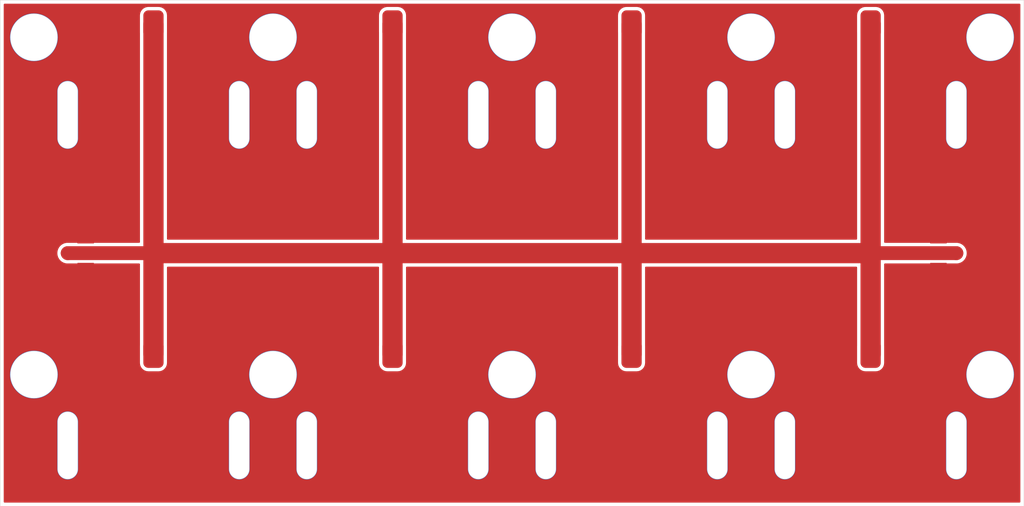
<source format=kicad_pcb>
(kicad_pcb (version 20171130) (host pcbnew "(5.1.6)-1")

  (general
    (thickness 1.6)
    (drawings 4)
    (tracks 23)
    (zones 0)
    (modules 10)
    (nets 3)
  )

  (page A4)
  (layers
    (0 F.Cu signal)
    (31 B.Cu signal)
    (32 B.Adhes user)
    (33 F.Adhes user)
    (34 B.Paste user)
    (35 F.Paste user)
    (36 B.SilkS user)
    (37 F.SilkS user)
    (38 B.Mask user)
    (39 F.Mask user)
    (40 Dwgs.User user)
    (41 Cmts.User user)
    (42 Eco1.User user)
    (43 Eco2.User user)
    (44 Edge.Cuts user)
    (45 Margin user)
    (46 B.CrtYd user)
    (47 F.CrtYd user)
    (48 B.Fab user)
    (49 F.Fab user)
  )

  (setup
    (last_trace_width 0.25)
    (user_trace_width 3)
    (trace_clearance 0.2)
    (zone_clearance 0.5)
    (zone_45_only no)
    (trace_min 0.2)
    (via_size 0.8)
    (via_drill 0.4)
    (via_min_size 0.4)
    (via_min_drill 0.3)
    (uvia_size 0.3)
    (uvia_drill 0.1)
    (uvias_allowed no)
    (uvia_min_size 0.2)
    (uvia_min_drill 0.1)
    (edge_width 0.05)
    (segment_width 0.2)
    (pcb_text_width 0.3)
    (pcb_text_size 1.5 1.5)
    (mod_edge_width 0.12)
    (mod_text_size 1 1)
    (mod_text_width 0.15)
    (pad_size 4.1 11.1)
    (pad_drill 2.999999)
    (pad_to_mask_clearance 0.05)
    (aux_axis_origin 0 0)
    (visible_elements 7FFFFFFF)
    (pcbplotparams
      (layerselection 0x010fc_ffffffff)
      (usegerberextensions false)
      (usegerberattributes true)
      (usegerberadvancedattributes true)
      (creategerberjobfile true)
      (excludeedgelayer true)
      (linewidth 0.100000)
      (plotframeref false)
      (viasonmask false)
      (mode 1)
      (useauxorigin false)
      (hpglpennumber 1)
      (hpglpenspeed 20)
      (hpglpendiameter 15.000000)
      (psnegative false)
      (psa4output false)
      (plotreference true)
      (plotvalue true)
      (plotinvisibletext false)
      (padsonsilk false)
      (subtractmaskfromsilk false)
      (outputformat 1)
      (mirror false)
      (drillshape 1)
      (scaleselection 1)
      (outputdirectory ""))
  )

  (net 0 "")
  (net 1 GND)
  (net 2 +5V)

  (net_class Default "This is the default net class."
    (clearance 0.2)
    (trace_width 0.25)
    (via_dia 0.8)
    (via_drill 0.4)
    (uvia_dia 0.3)
    (uvia_drill 0.1)
    (add_net +5V)
    (add_net GND)
  )

  (module Bullhorn01:ZX60-P103LN+ (layer F.Cu) (tedit 5F863DCA) (tstamp 5F861B70)
    (at 112.7 94.5)
    (path /5F863FD8)
    (fp_text reference H1 (at 0 -21.2725) (layer F.SilkS) hide
      (effects (font (size 1 1) (thickness 0.15)))
    )
    (fp_text value ZX60-P103LN+ (at 0 -21.2725) (layer F.Fab) hide
      (effects (font (size 1 1) (thickness 0.15)))
    )
    (fp_poly (pts (xy 15.25 2.5) (xy 9.55 2.5) (xy 9.55 -2.5) (xy 15.25 -2.5)) (layer F.Mask) (width 0.1))
    (fp_poly (pts (xy -15.25 -2.5) (xy -9.55 -2.5) (xy -9.55 2.5) (xy -15.25 2.5)) (layer F.Mask) (width 0.1))
    (pad 2 smd roundrect (at 0 -13.49) (size 2.999999 4.000002) (layers F.Cu F.Paste F.Mask) (roundrect_rratio 0.25)
      (net 2 +5V))
    (pad 1 thru_hole oval (at 12.7 0) (size 3.099999 10.1) (drill oval 2.999999 10) (layers *.Cu *.Mask)
      (net 1 GND))
    (pad 1 thru_hole oval (at -12.7 0) (size 3.099999 10.1) (drill oval 2.999999 10) (layers *.Cu *.Mask)
      (net 1 GND))
  )

  (module Bullhorn01:ZX60-P103LN+ (layer F.Cu) (tedit 5F863DCA) (tstamp 5F861B77)
    (at 112.7 143.5)
    (path /5F865430)
    (fp_text reference H2 (at 0 -21.2725) (layer F.SilkS) hide
      (effects (font (size 1 1) (thickness 0.15)))
    )
    (fp_text value ZX60-P103LN+ (at 0 -21.2725) (layer F.Fab) hide
      (effects (font (size 1 1) (thickness 0.15)))
    )
    (fp_poly (pts (xy 15.25 2.5) (xy 9.55 2.5) (xy 9.55 -2.5) (xy 15.25 -2.5)) (layer F.Mask) (width 0.1))
    (fp_poly (pts (xy -15.25 -2.5) (xy -9.55 -2.5) (xy -9.55 2.5) (xy -15.25 2.5)) (layer F.Mask) (width 0.1))
    (pad 2 smd roundrect (at 0 -13.49) (size 2.999999 4.000002) (layers F.Cu F.Paste F.Mask) (roundrect_rratio 0.25)
      (net 2 +5V))
    (pad 1 thru_hole oval (at 12.7 0) (size 3.099999 10.1) (drill oval 2.999999 10) (layers *.Cu *.Mask)
      (net 1 GND))
    (pad 1 thru_hole oval (at -12.7 0) (size 3.099999 10.1) (drill oval 2.999999 10) (layers *.Cu *.Mask)
      (net 1 GND))
  )

  (module Bullhorn01:ZX60-P103LN+ (layer F.Cu) (tedit 5F863DCA) (tstamp 5F861B7E)
    (at 148.1 94.5)
    (path /5F865902)
    (fp_text reference H3 (at 0 -21.2725) (layer F.SilkS) hide
      (effects (font (size 1 1) (thickness 0.15)))
    )
    (fp_text value ZX60-P103LN+ (at 0 -21.2725) (layer F.Fab) hide
      (effects (font (size 1 1) (thickness 0.15)))
    )
    (fp_poly (pts (xy 15.25 2.5) (xy 9.55 2.5) (xy 9.55 -2.5) (xy 15.25 -2.5)) (layer F.Mask) (width 0.1))
    (fp_poly (pts (xy -15.25 -2.5) (xy -9.55 -2.5) (xy -9.55 2.5) (xy -15.25 2.5)) (layer F.Mask) (width 0.1))
    (pad 2 smd roundrect (at 0 -13.49) (size 2.999999 4.000002) (layers F.Cu F.Paste F.Mask) (roundrect_rratio 0.25)
      (net 2 +5V))
    (pad 1 thru_hole oval (at 12.7 0) (size 3.099999 10.1) (drill oval 2.999999 10) (layers *.Cu *.Mask)
      (net 1 GND))
    (pad 1 thru_hole oval (at -12.7 0) (size 3.099999 10.1) (drill oval 2.999999 10) (layers *.Cu *.Mask)
      (net 1 GND))
  )

  (module Bullhorn01:ZX60-P103LN+ (layer F.Cu) (tedit 5F863DCA) (tstamp 5F861B85)
    (at 148.1 143.5)
    (path /5F865C59)
    (fp_text reference H4 (at 0 -21.2725) (layer F.SilkS) hide
      (effects (font (size 1 1) (thickness 0.15)))
    )
    (fp_text value ZX60-P103LN+ (at 0 -21.2725) (layer F.Fab) hide
      (effects (font (size 1 1) (thickness 0.15)))
    )
    (fp_poly (pts (xy 15.25 2.5) (xy 9.55 2.5) (xy 9.55 -2.5) (xy 15.25 -2.5)) (layer F.Mask) (width 0.1))
    (fp_poly (pts (xy -15.25 -2.5) (xy -9.55 -2.5) (xy -9.55 2.5) (xy -15.25 2.5)) (layer F.Mask) (width 0.1))
    (pad 2 smd roundrect (at 0 -13.49) (size 2.999999 4.000002) (layers F.Cu F.Paste F.Mask) (roundrect_rratio 0.25)
      (net 2 +5V))
    (pad 1 thru_hole oval (at 12.7 0) (size 3.099999 10.1) (drill oval 2.999999 10) (layers *.Cu *.Mask)
      (net 1 GND))
    (pad 1 thru_hole oval (at -12.7 0) (size 3.099999 10.1) (drill oval 2.999999 10) (layers *.Cu *.Mask)
      (net 1 GND))
  )

  (module Bullhorn01:ZX60-P103LN+ (layer F.Cu) (tedit 5F863DCA) (tstamp 5F861B8C)
    (at 183.5 94.5)
    (path /5F86603E)
    (fp_text reference H5 (at 0 -21.2725) (layer F.SilkS) hide
      (effects (font (size 1 1) (thickness 0.15)))
    )
    (fp_text value ZX60-P103LN+ (at 0 -21.2725) (layer F.Fab) hide
      (effects (font (size 1 1) (thickness 0.15)))
    )
    (fp_poly (pts (xy 15.25 2.5) (xy 9.55 2.5) (xy 9.55 -2.5) (xy 15.25 -2.5)) (layer F.Mask) (width 0.1))
    (fp_poly (pts (xy -15.25 -2.5) (xy -9.55 -2.5) (xy -9.55 2.5) (xy -15.25 2.5)) (layer F.Mask) (width 0.1))
    (pad 2 smd roundrect (at 0 -13.49) (size 2.999999 4.000002) (layers F.Cu F.Paste F.Mask) (roundrect_rratio 0.25)
      (net 2 +5V))
    (pad 1 thru_hole oval (at 12.7 0) (size 3.099999 10.1) (drill oval 2.999999 10) (layers *.Cu *.Mask)
      (net 1 GND))
    (pad 1 thru_hole oval (at -12.7 0) (size 3.099999 10.1) (drill oval 2.999999 10) (layers *.Cu *.Mask)
      (net 1 GND))
  )

  (module Bullhorn01:ZX60-P103LN+ (layer F.Cu) (tedit 5F863DCA) (tstamp 5F861B93)
    (at 183.5 143.5)
    (path /5F866D55)
    (fp_text reference H6 (at 0 -21.2725) (layer F.SilkS) hide
      (effects (font (size 1 1) (thickness 0.15)))
    )
    (fp_text value ZX60-P103LN+ (at 0 -21.2725) (layer F.Fab) hide
      (effects (font (size 1 1) (thickness 0.15)))
    )
    (fp_poly (pts (xy 15.25 2.5) (xy 9.55 2.5) (xy 9.55 -2.5) (xy 15.25 -2.5)) (layer F.Mask) (width 0.1))
    (fp_poly (pts (xy -15.25 -2.5) (xy -9.55 -2.5) (xy -9.55 2.5) (xy -15.25 2.5)) (layer F.Mask) (width 0.1))
    (pad 2 smd roundrect (at 0 -13.49) (size 2.999999 4.000002) (layers F.Cu F.Paste F.Mask) (roundrect_rratio 0.25)
      (net 2 +5V))
    (pad 1 thru_hole oval (at 12.7 0) (size 3.099999 10.1) (drill oval 2.999999 10) (layers *.Cu *.Mask)
      (net 1 GND))
    (pad 1 thru_hole oval (at -12.7 0) (size 3.099999 10.1) (drill oval 2.999999 10) (layers *.Cu *.Mask)
      (net 1 GND))
  )

  (module Bullhorn01:ZX60-P103LN+ (layer F.Cu) (tedit 5F863DCA) (tstamp 5F861B9A)
    (at 218.9 94.5)
    (path /5F8671F1)
    (fp_text reference H7 (at 0 -21.2725) (layer F.SilkS) hide
      (effects (font (size 1 1) (thickness 0.15)))
    )
    (fp_text value ZX60-P103LN+ (at 0 -21.2725) (layer F.Fab) hide
      (effects (font (size 1 1) (thickness 0.15)))
    )
    (fp_poly (pts (xy 15.25 2.5) (xy 9.55 2.5) (xy 9.55 -2.5) (xy 15.25 -2.5)) (layer F.Mask) (width 0.1))
    (fp_poly (pts (xy -15.25 -2.5) (xy -9.55 -2.5) (xy -9.55 2.5) (xy -15.25 2.5)) (layer F.Mask) (width 0.1))
    (pad 2 smd roundrect (at 0 -13.49) (size 2.999999 4.000002) (layers F.Cu F.Paste F.Mask) (roundrect_rratio 0.25)
      (net 2 +5V))
    (pad 1 thru_hole oval (at 12.7 0) (size 3.099999 10.1) (drill oval 2.999999 10) (layers *.Cu *.Mask)
      (net 1 GND))
    (pad 1 thru_hole oval (at -12.7 0) (size 3.099999 10.1) (drill oval 2.999999 10) (layers *.Cu *.Mask)
      (net 1 GND))
  )

  (module Bullhorn01:ZX60-P103LN+ (layer F.Cu) (tedit 5F863DCA) (tstamp 5F861BA1)
    (at 218.9 143.5)
    (path /5F8675EE)
    (fp_text reference H8 (at 0 -21.2725) (layer F.SilkS) hide
      (effects (font (size 1 1) (thickness 0.15)))
    )
    (fp_text value ZX60-P103LN+ (at 0 -21.2725) (layer F.Fab) hide
      (effects (font (size 1 1) (thickness 0.15)))
    )
    (fp_poly (pts (xy 15.25 2.5) (xy 9.55 2.5) (xy 9.55 -2.5) (xy 15.25 -2.5)) (layer F.Mask) (width 0.1))
    (fp_poly (pts (xy -15.25 -2.5) (xy -9.55 -2.5) (xy -9.55 2.5) (xy -15.25 2.5)) (layer F.Mask) (width 0.1))
    (pad 2 smd roundrect (at 0 -13.49) (size 2.999999 4.000002) (layers F.Cu F.Paste F.Mask) (roundrect_rratio 0.25)
      (net 2 +5V))
    (pad 1 thru_hole oval (at 12.7 0) (size 3.099999 10.1) (drill oval 2.999999 10) (layers *.Cu *.Mask)
      (net 1 GND))
    (pad 1 thru_hole oval (at -12.7 0) (size 3.099999 10.1) (drill oval 2.999999 10) (layers *.Cu *.Mask)
      (net 1 GND))
  )

  (module Bullhorn01:CONSMA001-SMD-G (layer F.Cu) (tedit 5F86284F) (tstamp 5F862ACC)
    (at 100 115)
    (path /5F8637AF)
    (fp_text reference J1 (at 0 -5.5363) (layer F.SilkS) hide
      (effects (font (size 1 1) (thickness 0.15)))
    )
    (fp_text value CONSMA001-SMD-G (at 0 -6.5363) (layer F.Fab) hide
      (effects (font (size 1 1) (thickness 0.15)))
    )
    (pad 2 smd rect (at 2.66 2.66) (size 2.44 2.44) (layers F.Cu F.Paste F.Mask)
      (net 1 GND))
    (pad 2 smd rect (at 2.66 -2.66) (size 2.44 2.44) (layers F.Cu F.Paste F.Mask)
      (net 1 GND))
    (pad 2 smd rect (at -2.66 -2.66 90) (size 2.44 2.44) (layers F.Cu F.Paste F.Mask)
      (net 1 GND))
    (pad 2 smd rect (at -2.66 2.66) (size 2.44 2.44) (layers F.Cu F.Paste F.Mask)
      (net 1 GND))
    (pad 1 smd circle (at 0 0) (size 2.05 2.05) (layers F.Cu F.Paste F.Mask)
      (net 2 +5V))
    (model ${KIPRJMOD}/Bullhorn01.3dshapes/CONSMA001-SMD-G.wrl
      (at (xyz 0 0 0))
      (scale (xyz 1 1 1))
      (rotate (xyz 0 0 0))
    )
  )

  (module Bullhorn01:CONSMA001-SMD-G (layer F.Cu) (tedit 5F86284F) (tstamp 5F862AD5)
    (at 231.6 115)
    (path /5F865E8F)
    (fp_text reference J2 (at 0 -5.5363) (layer F.SilkS) hide
      (effects (font (size 1 1) (thickness 0.15)))
    )
    (fp_text value CONSMA001-SMD-G (at 0 -6.5363) (layer F.Fab) hide
      (effects (font (size 1 1) (thickness 0.15)))
    )
    (pad 2 smd rect (at 2.66 2.66) (size 2.44 2.44) (layers F.Cu F.Paste F.Mask)
      (net 1 GND))
    (pad 2 smd rect (at 2.66 -2.66) (size 2.44 2.44) (layers F.Cu F.Paste F.Mask)
      (net 1 GND))
    (pad 2 smd rect (at -2.66 -2.66 90) (size 2.44 2.44) (layers F.Cu F.Paste F.Mask)
      (net 1 GND))
    (pad 2 smd rect (at -2.66 2.66) (size 2.44 2.44) (layers F.Cu F.Paste F.Mask)
      (net 1 GND))
    (pad 1 smd circle (at 0 0) (size 2.05 2.05) (layers F.Cu F.Paste F.Mask)
      (net 2 +5V))
    (model ${KIPRJMOD}/Bullhorn01.3dshapes/CONSMA001-SMD-G.wrl
      (at (xyz 0 0 0))
      (scale (xyz 1 1 1))
      (rotate (xyz 0 0 0))
    )
  )

  (gr_line (start 241.6 152.5) (end 241.6 77.5) (layer Edge.Cuts) (width 0.05) (tstamp 5F8104F8))
  (gr_line (start 241.6 152.5) (end 90 152.5) (layer Edge.Cuts) (width 0.05))
  (gr_line (start 90 77.5) (end 241.6 77.5) (layer Edge.Cuts) (width 0.05))
  (gr_line (start 90 152.5) (end 90 77.5) (layer Edge.Cuts) (width 0.05))

  (via (at 201.2 83) (size 7.1) (drill 7) (layers F.Cu B.Cu) (net 1))
  (via (at 165.8 83) (size 7.1) (drill 7) (layers F.Cu B.Cu) (net 1) (tstamp 5F872904))
  (via (at 130.4 83) (size 7.1) (drill 7) (layers F.Cu B.Cu) (net 1) (tstamp 5F872906))
  (via (at 95 83) (size 7.1) (drill 7) (layers F.Cu B.Cu) (net 1) (tstamp 5F872908))
  (via (at 201.2 133) (size 7.1) (drill 7) (layers F.Cu B.Cu) (net 1) (tstamp 5F87290A))
  (via (at 165.8 133) (size 7.1) (drill 7) (layers F.Cu B.Cu) (net 1) (tstamp 5F87290C))
  (via (at 130.4 133) (size 7.1) (drill 7) (layers F.Cu B.Cu) (net 1) (tstamp 5F87290E))
  (via (at 95 133) (size 7.1) (drill 7) (layers F.Cu B.Cu) (net 1) (tstamp 5F872910))
  (via (at 236.6 83) (size 7.1) (drill 7) (layers F.Cu B.Cu) (net 1) (tstamp 5F87292A))
  (via (at 236.6 133) (size 7.1) (drill 7) (layers F.Cu B.Cu) (net 1) (tstamp 5F87293D))
  (segment (start 148.1 115) (end 112.7 115) (width 3) (layer F.Cu) (net 2) (tstamp 5F862108))
  (segment (start 183.5 115) (end 148.1 115) (width 3) (layer F.Cu) (net 2) (tstamp 5F862108))
  (segment (start 218.9 115) (end 183.5 115) (width 3) (layer F.Cu) (net 2))
  (segment (start 112.7 115) (end 112.7 81.01) (width 3) (layer F.Cu) (net 2))
  (segment (start 112.7 115) (end 112.7 130.01) (width 3) (layer F.Cu) (net 2))
  (segment (start 148.1 81.01) (end 148.1 115) (width 3) (layer F.Cu) (net 2))
  (segment (start 148.1 115) (end 148.1 130.01) (width 3) (layer F.Cu) (net 2))
  (segment (start 183.5 81.01) (end 183.5 115) (width 3) (layer F.Cu) (net 2))
  (segment (start 183.5 115) (end 183.5 130.01) (width 3) (layer F.Cu) (net 2))
  (segment (start 218.9 81.01) (end 218.9 115) (width 3) (layer F.Cu) (net 2))
  (segment (start 218.9 115) (end 218.9 130.01) (width 3) (layer F.Cu) (net 2))
  (segment (start 218.9 115) (end 231.6 115) (width 2.05) (layer F.Cu) (net 2))
  (segment (start 112.7 115) (end 100 115) (width 2.05) (layer F.Cu) (net 2))

  (zone (net 1) (net_name GND) (layer F.Cu) (tstamp 0) (hatch edge 0.508)
    (connect_pads yes (clearance 0.5))
    (min_thickness 0.254)
    (fill yes (arc_segments 32) (thermal_gap 0.508) (thermal_bridge_width 0.508))
    (polygon
      (pts
        (xy 241.6 152.5) (xy 90 152.5) (xy 90 77.5) (xy 241.6 77.5)
      )
    )
    (filled_polygon
      (pts
        (xy 240.948 151.848) (xy 90.652 151.848) (xy 90.652 115) (xy 98.340007 115) (xy 98.348 115.081155)
        (xy 98.348 115.162708) (xy 98.36391 115.242691) (xy 98.371903 115.323849) (xy 98.395577 115.401892) (xy 98.411486 115.481871)
        (xy 98.442692 115.557208) (xy 98.466366 115.635252) (xy 98.504812 115.707179) (xy 98.536017 115.782515) (xy 98.58132 115.850316)
        (xy 98.619766 115.922243) (xy 98.671504 115.985285) (xy 98.716808 116.053088) (xy 98.774473 116.110753) (xy 98.826208 116.173792)
        (xy 98.889247 116.225527) (xy 98.946912 116.283192) (xy 99.014715 116.328496) (xy 99.077757 116.380234) (xy 99.149684 116.41868)
        (xy 99.217485 116.463983) (xy 99.292821 116.495188) (xy 99.364748 116.533634) (xy 99.442792 116.557308) (xy 99.518129 116.588514)
        (xy 99.598108 116.604423) (xy 99.676151 116.628097) (xy 99.757309 116.63609) (xy 99.837292 116.652) (xy 110.573 116.652)
        (xy 110.573001 128.729204) (xy 110.569968 128.759998) (xy 110.569968 131.260002) (xy 110.596485 131.529233) (xy 110.675017 131.788117)
        (xy 110.802545 132.026707) (xy 110.97417 132.235832) (xy 111.183295 132.407457) (xy 111.421885 132.534985) (xy 111.680769 132.613517)
        (xy 111.95 132.640034) (xy 113.45 132.640034) (xy 113.719231 132.613517) (xy 113.978115 132.534985) (xy 114.216705 132.407457)
        (xy 114.42583 132.235832) (xy 114.597455 132.026707) (xy 114.724983 131.788117) (xy 114.803515 131.529233) (xy 114.830032 131.260002)
        (xy 114.830032 128.759998) (xy 114.827 128.729214) (xy 114.827 117.127) (xy 145.973 117.127) (xy 145.973001 128.729204)
        (xy 145.969968 128.759998) (xy 145.969968 131.260002) (xy 145.996485 131.529233) (xy 146.075017 131.788117) (xy 146.202545 132.026707)
        (xy 146.37417 132.235832) (xy 146.583295 132.407457) (xy 146.821885 132.534985) (xy 147.080769 132.613517) (xy 147.35 132.640034)
        (xy 148.85 132.640034) (xy 149.119231 132.613517) (xy 149.378115 132.534985) (xy 149.616705 132.407457) (xy 149.82583 132.235832)
        (xy 149.997455 132.026707) (xy 150.124983 131.788117) (xy 150.203515 131.529233) (xy 150.230032 131.260002) (xy 150.230032 128.759998)
        (xy 150.227 128.729214) (xy 150.227 117.127) (xy 181.373 117.127) (xy 181.373001 128.729204) (xy 181.369968 128.759998)
        (xy 181.369968 131.260002) (xy 181.396485 131.529233) (xy 181.475017 131.788117) (xy 181.602545 132.026707) (xy 181.77417 132.235832)
        (xy 181.983295 132.407457) (xy 182.221885 132.534985) (xy 182.480769 132.613517) (xy 182.75 132.640034) (xy 184.25 132.640034)
        (xy 184.519231 132.613517) (xy 184.778115 132.534985) (xy 185.016705 132.407457) (xy 185.22583 132.235832) (xy 185.397455 132.026707)
        (xy 185.524983 131.788117) (xy 185.603515 131.529233) (xy 185.630032 131.260002) (xy 185.630032 128.759998) (xy 185.627 128.729214)
        (xy 185.627 117.127) (xy 216.773 117.127) (xy 216.773001 128.729204) (xy 216.769968 128.759998) (xy 216.769968 131.260002)
        (xy 216.796485 131.529233) (xy 216.875017 131.788117) (xy 217.002545 132.026707) (xy 217.17417 132.235832) (xy 217.383295 132.407457)
        (xy 217.621885 132.534985) (xy 217.880769 132.613517) (xy 218.15 132.640034) (xy 219.65 132.640034) (xy 219.919231 132.613517)
        (xy 220.178115 132.534985) (xy 220.416705 132.407457) (xy 220.62583 132.235832) (xy 220.797455 132.026707) (xy 220.924983 131.788117)
        (xy 221.003515 131.529233) (xy 221.030032 131.260002) (xy 221.030032 128.759998) (xy 221.027 128.729214) (xy 221.027 116.652)
        (xy 231.762708 116.652) (xy 231.842691 116.63609) (xy 231.923849 116.628097) (xy 232.001892 116.604423) (xy 232.081871 116.588514)
        (xy 232.157208 116.557308) (xy 232.235252 116.533634) (xy 232.307179 116.495188) (xy 232.382515 116.463983) (xy 232.450316 116.41868)
        (xy 232.522243 116.380234) (xy 232.585285 116.328496) (xy 232.653088 116.283192) (xy 232.710753 116.225527) (xy 232.773792 116.173792)
        (xy 232.825527 116.110753) (xy 232.883192 116.053088) (xy 232.928496 115.985285) (xy 232.980234 115.922243) (xy 233.01868 115.850316)
        (xy 233.063983 115.782515) (xy 233.095188 115.707179) (xy 233.133634 115.635252) (xy 233.157308 115.557208) (xy 233.188514 115.481871)
        (xy 233.204423 115.401892) (xy 233.228097 115.323849) (xy 233.23609 115.242691) (xy 233.252 115.162708) (xy 233.252 115.081155)
        (xy 233.259993 115) (xy 233.252 114.918845) (xy 233.252 114.837292) (xy 233.23609 114.757309) (xy 233.228097 114.676151)
        (xy 233.204423 114.598108) (xy 233.188514 114.518129) (xy 233.157308 114.442792) (xy 233.133634 114.364748) (xy 233.095188 114.292821)
        (xy 233.063983 114.217485) (xy 233.01868 114.149684) (xy 232.980234 114.077757) (xy 232.928496 114.014715) (xy 232.883192 113.946912)
        (xy 232.825527 113.889247) (xy 232.773792 113.826208) (xy 232.710753 113.774473) (xy 232.653088 113.716808) (xy 232.585285 113.671504)
        (xy 232.522243 113.619766) (xy 232.450316 113.58132) (xy 232.382515 113.536017) (xy 232.307179 113.504812) (xy 232.235252 113.466366)
        (xy 232.157208 113.442692) (xy 232.081871 113.411486) (xy 232.001892 113.395577) (xy 231.923849 113.371903) (xy 231.842691 113.36391)
        (xy 231.762708 113.348) (xy 221.027 113.348) (xy 221.027 82.290786) (xy 221.030032 82.260002) (xy 221.030032 79.759998)
        (xy 221.003515 79.490767) (xy 220.924983 79.231883) (xy 220.797455 78.993293) (xy 220.62583 78.784168) (xy 220.416705 78.612543)
        (xy 220.178115 78.485015) (xy 219.919231 78.406483) (xy 219.65 78.379966) (xy 218.15 78.379966) (xy 217.880769 78.406483)
        (xy 217.621885 78.485015) (xy 217.383295 78.612543) (xy 217.17417 78.784168) (xy 217.002545 78.993293) (xy 216.875017 79.231883)
        (xy 216.796485 79.490767) (xy 216.769968 79.759998) (xy 216.769968 82.260002) (xy 216.773 82.290787) (xy 216.773001 112.873)
        (xy 185.627 112.873) (xy 185.627 82.290786) (xy 185.630032 82.260002) (xy 185.630032 79.759998) (xy 185.603515 79.490767)
        (xy 185.524983 79.231883) (xy 185.397455 78.993293) (xy 185.22583 78.784168) (xy 185.016705 78.612543) (xy 184.778115 78.485015)
        (xy 184.519231 78.406483) (xy 184.25 78.379966) (xy 182.75 78.379966) (xy 182.480769 78.406483) (xy 182.221885 78.485015)
        (xy 181.983295 78.612543) (xy 181.77417 78.784168) (xy 181.602545 78.993293) (xy 181.475017 79.231883) (xy 181.396485 79.490767)
        (xy 181.369968 79.759998) (xy 181.369968 82.260002) (xy 181.373 82.290787) (xy 181.373001 112.873) (xy 150.227 112.873)
        (xy 150.227 82.290786) (xy 150.230032 82.260002) (xy 150.230032 79.759998) (xy 150.203515 79.490767) (xy 150.124983 79.231883)
        (xy 149.997455 78.993293) (xy 149.82583 78.784168) (xy 149.616705 78.612543) (xy 149.378115 78.485015) (xy 149.119231 78.406483)
        (xy 148.85 78.379966) (xy 147.35 78.379966) (xy 147.080769 78.406483) (xy 146.821885 78.485015) (xy 146.583295 78.612543)
        (xy 146.37417 78.784168) (xy 146.202545 78.993293) (xy 146.075017 79.231883) (xy 145.996485 79.490767) (xy 145.969968 79.759998)
        (xy 145.969968 82.260002) (xy 145.973 82.290787) (xy 145.973001 112.873) (xy 114.827 112.873) (xy 114.827 82.290786)
        (xy 114.830032 82.260002) (xy 114.830032 79.759998) (xy 114.803515 79.490767) (xy 114.724983 79.231883) (xy 114.597455 78.993293)
        (xy 114.42583 78.784168) (xy 114.216705 78.612543) (xy 113.978115 78.485015) (xy 113.719231 78.406483) (xy 113.45 78.379966)
        (xy 111.95 78.379966) (xy 111.680769 78.406483) (xy 111.421885 78.485015) (xy 111.183295 78.612543) (xy 110.97417 78.784168)
        (xy 110.802545 78.993293) (xy 110.675017 79.231883) (xy 110.596485 79.490767) (xy 110.569968 79.759998) (xy 110.569968 82.260002)
        (xy 110.573001 82.290796) (xy 110.573 113.348) (xy 99.837292 113.348) (xy 99.757309 113.36391) (xy 99.676151 113.371903)
        (xy 99.598108 113.395577) (xy 99.518129 113.411486) (xy 99.442792 113.442692) (xy 99.364748 113.466366) (xy 99.292821 113.504812)
        (xy 99.217485 113.536017) (xy 99.149684 113.58132) (xy 99.077757 113.619766) (xy 99.014715 113.671504) (xy 98.946912 113.716808)
        (xy 98.889247 113.774473) (xy 98.826208 113.826208) (xy 98.774473 113.889247) (xy 98.716808 113.946912) (xy 98.671504 114.014715)
        (xy 98.619766 114.077757) (xy 98.58132 114.149684) (xy 98.536017 114.217485) (xy 98.504812 114.292821) (xy 98.466366 114.364748)
        (xy 98.442692 114.442792) (xy 98.411486 114.518129) (xy 98.395577 114.598108) (xy 98.371903 114.676151) (xy 98.36391 114.757309)
        (xy 98.348 114.837292) (xy 98.348 114.918845) (xy 98.340007 115) (xy 90.652 115) (xy 90.652 78.152)
        (xy 240.948001 78.152)
      )
    )
  )
)

</source>
